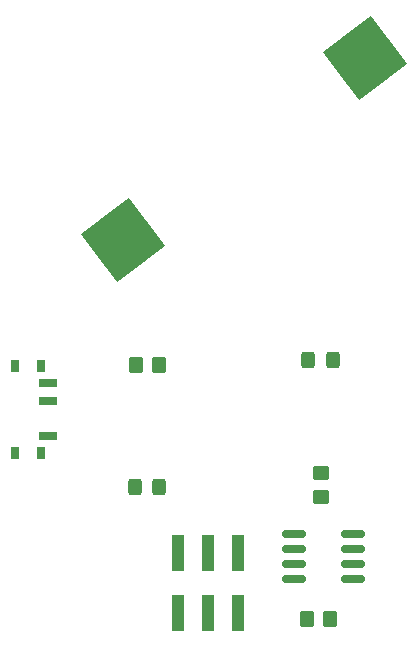
<source format=gbr>
%TF.GenerationSoftware,KiCad,Pcbnew,8.0.4*%
%TF.CreationDate,2024-09-30T12:03:32+02:00*%
%TF.ProjectId,MuHack_10th_pendant,4d754861-636b-45f3-9130-74685f70656e,rev?*%
%TF.SameCoordinates,Original*%
%TF.FileFunction,Paste,Bot*%
%TF.FilePolarity,Positive*%
%FSLAX46Y46*%
G04 Gerber Fmt 4.6, Leading zero omitted, Abs format (unit mm)*
G04 Created by KiCad (PCBNEW 8.0.4) date 2024-09-30 12:03:32*
%MOMM*%
%LPD*%
G01*
G04 APERTURE LIST*
G04 Aperture macros list*
%AMRoundRect*
0 Rectangle with rounded corners*
0 $1 Rounding radius*
0 $2 $3 $4 $5 $6 $7 $8 $9 X,Y pos of 4 corners*
0 Add a 4 corners polygon primitive as box body*
4,1,4,$2,$3,$4,$5,$6,$7,$8,$9,$2,$3,0*
0 Add four circle primitives for the rounded corners*
1,1,$1+$1,$2,$3*
1,1,$1+$1,$4,$5*
1,1,$1+$1,$6,$7*
1,1,$1+$1,$8,$9*
0 Add four rect primitives between the rounded corners*
20,1,$1+$1,$2,$3,$4,$5,0*
20,1,$1+$1,$4,$5,$6,$7,0*
20,1,$1+$1,$6,$7,$8,$9,0*
20,1,$1+$1,$8,$9,$2,$3,0*%
%AMRotRect*
0 Rectangle, with rotation*
0 The origin of the aperture is its center*
0 $1 length*
0 $2 width*
0 $3 Rotation angle, in degrees counterclockwise*
0 Add horizontal line*
21,1,$1,$2,0,0,$3*%
G04 Aperture macros list end*
%ADD10RoundRect,0.250000X-0.325000X-0.450000X0.325000X-0.450000X0.325000X0.450000X-0.325000X0.450000X0*%
%ADD11RotRect,5.100000X5.100000X37.000000*%
%ADD12RoundRect,0.250000X-0.350000X-0.450000X0.350000X-0.450000X0.350000X0.450000X-0.350000X0.450000X0*%
%ADD13RoundRect,0.150000X-0.825000X-0.150000X0.825000X-0.150000X0.825000X0.150000X-0.825000X0.150000X0*%
%ADD14RoundRect,0.250000X0.450000X-0.350000X0.450000X0.350000X-0.450000X0.350000X-0.450000X-0.350000X0*%
%ADD15R,0.800000X1.000000*%
%ADD16R,1.500000X0.700000*%
%ADD17RoundRect,0.250000X0.325000X0.450000X-0.325000X0.450000X-0.325000X-0.450000X0.325000X-0.450000X0*%
%ADD18R,1.000000X3.150000*%
%ADD19RoundRect,0.250000X0.350000X0.450000X-0.350000X0.450000X-0.350000X-0.450000X0.350000X-0.450000X0*%
G04 APERTURE END LIST*
D10*
%TO.C,D2*%
X87285000Y-110970000D03*
X89335000Y-110970000D03*
%TD*%
D11*
%TO.C,BT1*%
X86293068Y-90012188D03*
X106738136Y-74605730D03*
%TD*%
D12*
%TO.C,R3*%
X101820000Y-122080000D03*
X103820000Y-122080000D03*
%TD*%
D13*
%TO.C,U1*%
X100745000Y-118740000D03*
X100745000Y-117470000D03*
X100745000Y-116200000D03*
X100745000Y-114930000D03*
X105695000Y-114930000D03*
X105695000Y-116200000D03*
X105695000Y-117470000D03*
X105695000Y-118740000D03*
%TD*%
D14*
%TO.C,R4*%
X103000000Y-111780000D03*
X103000000Y-109780000D03*
%TD*%
D15*
%TO.C,SW1*%
X77090000Y-108010000D03*
X79300000Y-108010000D03*
X77090000Y-100710000D03*
X79300000Y-100710000D03*
D16*
X79950000Y-106610000D03*
X79950000Y-103610000D03*
X79950000Y-102110000D03*
%TD*%
D17*
%TO.C,D1*%
X104015000Y-100190000D03*
X101965000Y-100190000D03*
%TD*%
D18*
%TO.C,X1*%
X90910000Y-116545000D03*
X90910000Y-121595000D03*
X93450000Y-116545000D03*
X93450000Y-121595000D03*
X95990000Y-116545000D03*
X95990000Y-121595000D03*
%TD*%
D19*
%TO.C,R2*%
X89330000Y-100610000D03*
X87330000Y-100610000D03*
%TD*%
M02*

</source>
